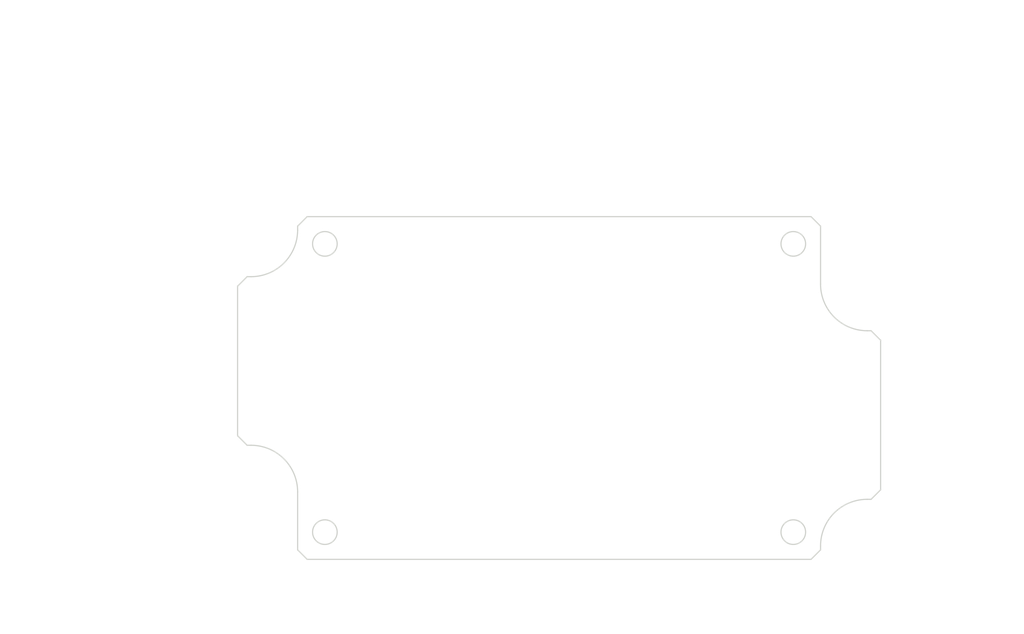
<source format=kicad_pcb>
(kicad_pcb (version 20171130) (host pcbnew "(5.1.0)-1")

  (general
    (thickness 1.6)
    (drawings 108)
    (tracks 0)
    (zones 0)
    (modules 0)
    (nets 1)
  )

  (page A4)
  (layers
    (0 F.Cu signal)
    (31 B.Cu signal)
    (32 B.Adhes user)
    (33 F.Adhes user)
    (34 B.Paste user)
    (35 F.Paste user)
    (36 B.SilkS user)
    (37 F.SilkS user)
    (38 B.Mask user)
    (39 F.Mask user)
    (40 Dwgs.User user)
    (41 Cmts.User user)
    (42 Eco1.User user)
    (43 Eco2.User user)
    (44 Edge.Cuts user)
    (45 Margin user)
    (46 B.CrtYd user)
    (47 F.CrtYd user)
    (48 B.Fab user)
    (49 F.Fab user)
  )

  (setup
    (last_trace_width 0.25)
    (trace_clearance 0.2)
    (zone_clearance 0.508)
    (zone_45_only no)
    (trace_min 0.2)
    (via_size 0.8)
    (via_drill 0.4)
    (via_min_size 0.4)
    (via_min_drill 0.3)
    (uvia_size 0.3)
    (uvia_drill 0.1)
    (uvias_allowed no)
    (uvia_min_size 0.2)
    (uvia_min_drill 0.1)
    (edge_width 0.05)
    (segment_width 0.2)
    (pcb_text_width 0.3)
    (pcb_text_size 1.5 1.5)
    (mod_edge_width 0.12)
    (mod_text_size 1 1)
    (mod_text_width 0.15)
    (pad_size 1.524 1.524)
    (pad_drill 0.762)
    (pad_to_mask_clearance 0.051)
    (solder_mask_min_width 0.25)
    (aux_axis_origin 0 0)
    (visible_elements FFFFFF7F)
    (pcbplotparams
      (layerselection 0x010fc_ffffffff)
      (usegerberextensions false)
      (usegerberattributes false)
      (usegerberadvancedattributes false)
      (creategerberjobfile false)
      (excludeedgelayer true)
      (linewidth 0.152400)
      (plotframeref false)
      (viasonmask false)
      (mode 1)
      (useauxorigin false)
      (hpglpennumber 1)
      (hpglpenspeed 20)
      (hpglpendiameter 15.000000)
      (psnegative false)
      (psa4output false)
      (plotreference true)
      (plotvalue true)
      (plotinvisibletext false)
      (padsonsilk false)
      (subtractmaskfromsilk false)
      (outputformat 1)
      (mirror false)
      (drillshape 1)
      (scaleselection 1)
      (outputdirectory ""))
  )

  (net 0 "")

  (net_class Default "This is the default net class."
    (clearance 0.2)
    (trace_width 0.25)
    (via_dia 0.8)
    (via_drill 0.4)
    (uvia_dia 0.3)
    (uvia_drill 0.1)
  )

  (gr_arc (start 197.604 95.222) (end 189.841048 95.222) (angle -90) (layer Edge.Cuts) (width 0.2))
  (gr_line (start 189.841048 85.572452) (end 189.841048 95.222) (layer Edge.Cuts) (width 0.2))
  (gr_line (start 104.354451 83.984952) (end 188.253548 83.984952) (layer Edge.Cuts) (width 0.2))
  (gr_arc (start 95.003999 86.222) (end 95.003999 93.984952) (angle -90) (layer Edge.Cuts) (width 0.2))
  (gr_line (start 94.354451 93.984952) (end 95.003999 93.984952) (layer Edge.Cuts) (width 0.2))
  (gr_arc (start 95.003999 129.822) (end 102.766951 129.822) (angle -90) (layer Edge.Cuts) (width 0.2))
  (gr_line (start 102.766951 139.471549) (end 102.766951 129.822001) (layer Edge.Cuts) (width 0.2))
  (gr_arc (start 197.604 138.822001) (end 197.604 131.059049) (angle -90) (layer Edge.Cuts) (width 0.2))
  (gr_line (start 198.253548 131.059049) (end 197.604 131.059049) (layer Edge.Cuts) (width 0.2))
  (gr_circle (center 107.303999 88.522001) (end 109.353999 88.522001) (layer Edge.Cuts) (width 0.2))
  (gr_circle (center 185.304 136.522) (end 187.354 136.522) (layer Edge.Cuts) (width 0.2))
  (gr_circle (center 185.304 88.522001) (end 187.354 88.522001) (layer Edge.Cuts) (width 0.2))
  (gr_circle (center 107.303999 136.522) (end 109.353999 136.522) (layer Edge.Cuts) (width 0.2))
  (gr_line (start 199.841048 104.572452) (end 199.841048 129.471549) (layer Edge.Cuts) (width 0.2))
  (gr_line (start 197.604 102.984952) (end 198.253548 102.984952) (layer Edge.Cuts) (width 0.2))
  (gr_line (start 188.253548 141.059049) (end 104.354451 141.059049) (layer Edge.Cuts) (width 0.2))
  (gr_line (start 189.841048 138.822001) (end 189.841048 139.471549) (layer Edge.Cuts) (width 0.2))
  (gr_line (start 92.766951 120.471549) (end 92.766951 95.572452) (layer Edge.Cuts) (width 0.2))
  (gr_line (start 95.003999 122.059049) (end 94.354451 122.059049) (layer Edge.Cuts) (width 0.2))
  (gr_line (start 102.766951 86.222) (end 102.766951 85.572452) (layer Edge.Cuts) (width 0.2))
  (gr_line (start 199.841048 104.572452) (end 198.253548 102.984952) (layer Edge.Cuts) (width 0.2))
  (gr_line (start 198.253548 131.059049) (end 199.841048 129.471549) (layer Edge.Cuts) (width 0.2))
  (gr_line (start 188.253548 141.059049) (end 189.841048 139.471549) (layer Edge.Cuts) (width 0.2))
  (gr_line (start 92.766951 120.471549) (end 94.354451 122.059049) (layer Edge.Cuts) (width 0.2))
  (gr_line (start 94.354451 93.984952) (end 92.766951 95.572452) (layer Edge.Cuts) (width 0.2))
  (gr_line (start 189.841048 85.572452) (end 188.253548 83.984952) (layer Edge.Cuts) (width 0.2))
  (gr_line (start 102.766951 139.471549) (end 104.354451 141.059049) (layer Edge.Cuts) (width 0.2))
  (gr_line (start 104.354451 83.984952) (end 102.766951 85.572452) (layer Edge.Cuts) (width 0.2))
  (gr_text [1.89] (at 215.992243 114.411462) (layer Dwgs.User)
    (effects (font (size 1.7 1.53) (thickness 0.2125)))
  )
  (gr_text " 48.00" (at 215.992243 110.854026) (layer Dwgs.User)
    (effects (font (size 1.7 1.53) (thickness 0.2125)))
  )
  (gr_line (start 215.992243 90.522001) (end 215.992243 108.964565) (layer Dwgs.User) (width 0.2))
  (gr_line (start 215.992243 134.522) (end 215.992243 116.079436) (layer Dwgs.User) (width 0.2))
  (gr_line (start 186.304 88.522001) (end 219.167243 88.522) (layer Dwgs.User) (width 0.2))
  (gr_line (start 186.304 136.522) (end 219.167243 136.522) (layer Dwgs.User) (width 0.2))
  (gr_text [3.07] (at 146.304 75.740545) (layer Dwgs.User)
    (effects (font (size 1.7 1.53) (thickness 0.2125)))
  )
  (gr_text " 78.00" (at 146.304 72.18311) (layer Dwgs.User)
    (effects (font (size 1.7 1.53) (thickness 0.2125)))
  )
  (gr_line (start 183.304 73.851084) (end 150.348611 73.851084) (layer Dwgs.User) (width 0.2))
  (gr_line (start 109.303999 73.851084) (end 142.259388 73.851084) (layer Dwgs.User) (width 0.2))
  (gr_line (start 185.304 87.522001) (end 185.304 70.676084) (layer Dwgs.User) (width 0.2))
  (gr_line (start 107.303999 87.522001) (end 107.303999 70.676084) (layer Dwgs.User) (width 0.2))
  (gr_text "1.59 X 45.0° Chamfer" (at 197.619347 149.647464) (layer Dwgs.User)
    (effects (font (size 1.7 1.53) (thickness 0.2125)) (justify left bottom))
  )
  (gr_line (start 194.048706 148.76831) (end 196.548706 148.76831) (layer Dwgs.User) (width 0.2))
  (gr_line (start 190.31478 142.420174) (end 194.048706 148.76831) (layer Dwgs.User) (width 0.2))
  (gr_line (start 189.883805 142.673671) (end 190.745755 142.166678) (layer Dwgs.User) (width 0.2))
  (gr_line (start 189.047298 140.265299) (end 189.883805 142.673671) (layer Dwgs.User) (width 0.2))
  (gr_line (start 190.745755 142.166678) (end 189.047298 140.265299) (layer Dwgs.User) (width 0.2))
  (gr_line (start 189.8838 142.673672) (end 190.74575 142.16668) (layer Dwgs.User) (width 0.2))
  (gr_line (start 189.047294 140.265301) (end 189.8838 142.673672) (layer Dwgs.User) (width 0.2))
  (gr_line (start 190.74575 142.16668) (end 189.047294 140.265301) (layer Dwgs.User) (width 0.2))
  (gr_line (start 190.31478 142.420174) (end 189.047298 140.265299) (layer Dwgs.User) (width 0.2))
  (gr_text [.39] (at 85.911254 74.095796) (layer Dwgs.User)
    (effects (font (size 1.7 1.53) (thickness 0.2125)))
  )
  (gr_text " 10.00" (at 85.911254 70.538361) (layer Dwgs.User)
    (effects (font (size 1.7 1.53) (thickness 0.2125)))
  )
  (gr_line (start 92.766951 72.206335) (end 89.955865 72.206335) (layer Dwgs.User) (width 0.2))
  (gr_line (start 100.766951 72.206335) (end 94.766951 72.206335) (layer Dwgs.User) (width 0.2))
  (gr_line (start 102.766951 84.572452) (end 102.766951 69.031335) (layer Dwgs.User) (width 0.2))
  (gr_line (start 92.766951 94.572452) (end 92.766951 69.031335) (layer Dwgs.User) (width 0.2))
  (gr_text [.39] (at 75.556819 101.846746) (layer Dwgs.User)
    (effects (font (size 1.7 1.53) (thickness 0.2125)))
  )
  (gr_text " 10.00" (at 75.556819 98.289311) (layer Dwgs.User)
    (effects (font (size 1.7 1.53) (thickness 0.2125)))
  )
  (gr_line (start 81.601431 99.957285) (end 79.601431 99.957285) (layer Dwgs.User) (width 0.2))
  (gr_line (start 81.601431 93.984952) (end 81.601431 99.957285) (layer Dwgs.User) (width 0.2))
  (gr_line (start 81.601431 85.984952) (end 81.601431 91.984952) (layer Dwgs.User) (width 0.2))
  (gr_line (start 103.354451 83.984952) (end 78.426431 83.984952) (layer Dwgs.User) (width 0.2))
  (gr_line (start 93.354451 93.984952) (end 78.426431 93.984952) (layer Dwgs.User) (width 0.2))
  (gr_text [1.11] (at 84.354451 109.911462) (layer Dwgs.User)
    (effects (font (size 1.7 1.53) (thickness 0.2125)))
  )
  (gr_text " 28.07" (at 84.354451 106.354026) (layer Dwgs.User)
    (effects (font (size 1.7 1.53) (thickness 0.2125)))
  )
  (gr_line (start 84.354451 120.059049) (end 84.354451 111.579436) (layer Dwgs.User) (width 0.2))
  (gr_line (start 84.354451 95.984952) (end 84.354451 104.464565) (layer Dwgs.User) (width 0.2))
  (gr_line (start 93.354451 122.059049) (end 81.179451 122.059049) (layer Dwgs.User) (width 0.2))
  (gr_line (start 93.354451 93.984952) (end 81.179451 93.984952) (layer Dwgs.User) (width 0.2))
  (gr_text [.57] (at 100.602373 148.407983) (layer Dwgs.User)
    (effects (font (size 1.7 1.53) (thickness 0.2125)))
  )
  (gr_text " 14.54" (at 100.602373 144.854026) (layer Dwgs.User)
    (effects (font (size 1.7 1.53) (thickness 0.2125)))
  )
  (gr_line (start 105.303999 146.522) (end 104.646404 146.522) (layer Dwgs.User) (width 0.2))
  (gr_line (start 94.766951 146.522) (end 96.558341 146.522) (layer Dwgs.User) (width 0.2))
  (gr_line (start 107.303999 137.522) (end 107.303999 149.697) (layer Dwgs.User) (width 0.2))
  (gr_line (start 92.766951 121.471549) (end 92.766951 149.697) (layer Dwgs.User) (width 0.2))
  (gr_text [.18] (at 114.695568 152.092379) (layer Dwgs.User)
    (effects (font (size 1.7 1.53) (thickness 0.2125)))
  )
  (gr_text " 4.54" (at 114.695568 148.538422) (layer Dwgs.User)
    (effects (font (size 1.7 1.53) (thickness 0.2125)))
  )
  (gr_line (start 120.079197 150.202918) (end 118.079197 150.202918) (layer Dwgs.User) (width 0.2))
  (gr_line (start 120.079197 143.059049) (end 120.079197 150.202918) (layer Dwgs.User) (width 0.2))
  (gr_line (start 120.079197 134.522) (end 120.079197 132.522) (layer Dwgs.User) (width 0.2))
  (gr_line (start 108.304 136.522) (end 123.254197 136.522) (layer Dwgs.User) (width 0.2))
  (gr_line (start 107.303999 136.612001) (end 107.303999 136.432001) (layer Dwgs.User) (width 0.2))
  (gr_line (start 107.213999 136.522001) (end 107.393999 136.522001) (layer Dwgs.User) (width 0.2))
  (gr_text " ∅4.10\n[∅0.16]" (at 120.094478 122.71681) (layer Dwgs.User)
    (effects (font (size 1.7 1.53) (thickness 0.2125)))
  )
  (gr_line (start 113.557608 122.71681) (end 108.975143 132.832857) (layer Dwgs.User) (width 0.2))
  (gr_line (start 115.557608 122.71681) (end 113.557608 122.71681) (layer Dwgs.User) (width 0.2))
  (gr_text [R0.31] (at 207.289238 143.571002) (layer Dwgs.User)
    (effects (font (size 1.7 1.53) (thickness 0.2125)))
  )
  (gr_text " R7.76" (at 207.289238 140.013567) (layer Dwgs.User)
    (effects (font (size 1.7 1.53) (thickness 0.2125)))
  )
  (gr_line (start 200.818467 141.681541) (end 193.298203 134.991631) (layer Dwgs.User) (width 0.2))
  (gr_line (start 202.818467 141.681541) (end 200.818467 141.681541) (layer Dwgs.User) (width 0.2))
  (gr_text [3.43] (at 146.304 64.066856) (layer Dwgs.User)
    (effects (font (size 1.7 1.53) (thickness 0.2125)))
  )
  (gr_text " 87.07" (at 146.304 60.509421) (layer Dwgs.User)
    (effects (font (size 1.7 1.53) (thickness 0.2125)))
  )
  (gr_line (start 187.841048 62.177395) (end 150.35151 62.177395) (layer Dwgs.User) (width 0.2))
  (gr_line (start 104.766951 62.177395) (end 142.256489 62.177395) (layer Dwgs.User) (width 0.2))
  (gr_line (start 189.841048 84.572452) (end 189.841048 59.002395) (layer Dwgs.User) (width 0.2))
  (gr_line (start 102.766951 84.572452) (end 102.766951 59.002395) (layer Dwgs.User) (width 0.2))
  (gr_text [2.25] (at 57.235491 114.411462) (layer Dwgs.User)
    (effects (font (size 1.7 1.53) (thickness 0.2125)))
  )
  (gr_text " 57.07" (at 57.235491 110.854026) (layer Dwgs.User)
    (effects (font (size 1.7 1.53) (thickness 0.2125)))
  )
  (gr_line (start 57.235491 85.984952) (end 57.235491 108.964565) (layer Dwgs.User) (width 0.2))
  (gr_line (start 57.235491 139.059049) (end 57.235491 116.079436) (layer Dwgs.User) (width 0.2))
  (gr_line (start 103.354451 83.984952) (end 54.060491 83.984952) (layer Dwgs.User) (width 0.2))
  (gr_line (start 103.354451 141.059049) (end 54.060491 141.059049) (layer Dwgs.User) (width 0.2))
  (gr_text [4.22] (at 146.304 53.07919) (layer Dwgs.User)
    (effects (font (size 1.7 1.53) (thickness 0.2125)))
  )
  (gr_text " 107.07" (at 146.304 49.521755) (layer Dwgs.User)
    (effects (font (size 1.7 1.53) (thickness 0.2125)))
  )
  (gr_line (start 197.841048 51.189729) (end 151.011912 51.189729) (layer Dwgs.User) (width 0.2))
  (gr_line (start 94.766951 51.189729) (end 141.596087 51.189729) (layer Dwgs.User) (width 0.2))
  (gr_line (start 199.841048 103.572452) (end 199.841048 48.014729) (layer Dwgs.User) (width 0.2))
  (gr_line (start 92.766951 94.572452) (end 92.766951 48.014729) (layer Dwgs.User) (width 0.2))

)

</source>
